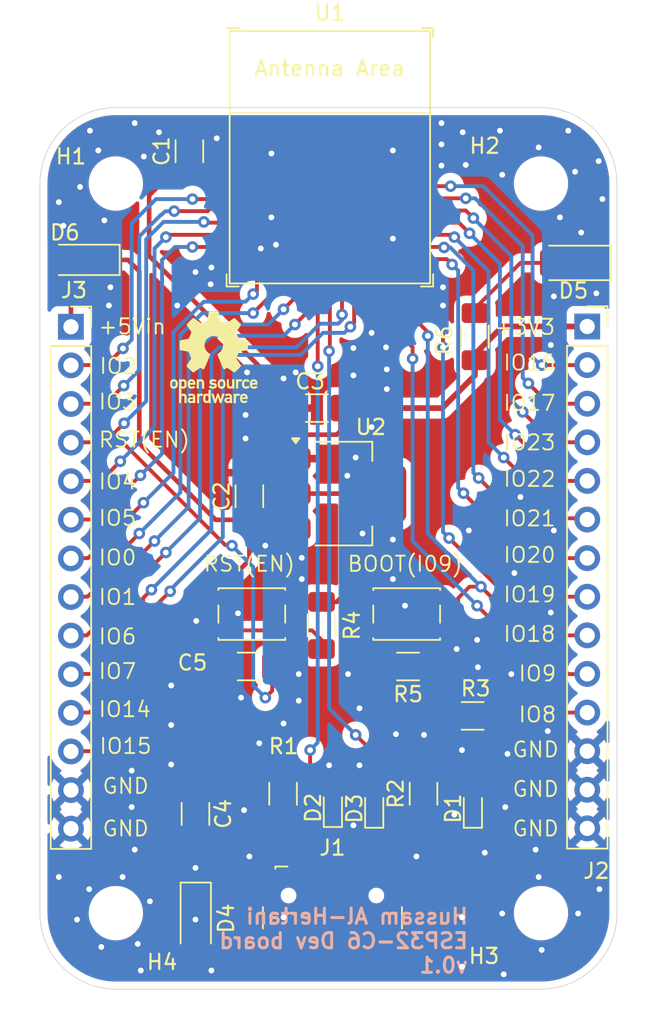
<source format=kicad_pcb>
(kicad_pcb (version 20241229) (generator "pcbnew") (generator_version "9.0")
  (layers (0 "F.Cu" signal) (2 "B.Cu" signal) (13 "F.Paste" user) (15 "B.Paste" user) (5 "F.SilkS" user "F.Silkscreen") (7 "B.SilkS" user "B.Silkscreen") (1 "F.Mask" user) (3 "B.Mask" user) (25 "Edge.Cuts" user))
  (net 0 "")
  (net 1 "GND")
  (net 2 "+5V")
  (net 3 "+3V3")
  (net 4 "EN")
  (net 5 "VBUS")
  (net 6 "DM")
  (net 7 "DP")
  (net 8 "+5VP")
  (net 11 "Net-(J1-CC1)")
  (net 12 "Net-(J1-CC2)")
  (net 13 "IO8")
  (net 14 "IO4")
  (net 15 "IO0")
  (net 16 "IO5")
  (net 17 "IO9")
  (net 18 "IO2")
  (net 19 "IO1")
  (net 20 "IO6")
  (net 21 "IO7")
  (net 22 "IO3")
  (net 23 "IO14")
  (net 24 "IO15")
  (net 25 "IO20")
  (net 26 "IO19")
  (net 27 "TXD0")
  (net 28 "IO23")
  (net 29 "RXD0")
  (net 30 "IO18")
  (net 31 "IO21")
  (net 32 "IO22")
  (net 40 "Net-(D5-A)")
  (footprint "Symbol:OSHW-Logo_5.7x6mm_SilkScreen" (layer "F.Cu") (at 180.4 79.4)
    (property "Reference" "REF**" (hide yes))
    (property "Value" "OSHW-Logo_5.7x6mm_SilkScreen" (hide yes))
  )
  (footprint "Resistor_SMD:R_1206_3216Metric_Pad1.30x1.75mm_HandSolder" (layer "F.Cu") (at 193.2 99.75 180)
    (property "Reference" "R5")
    (property "Value" "10k")
  )
  (footprint "Diode_SMD:D_SOD-523" (layer "F.Cu") (at 197.469611 109.1 90)
    (property "Reference" "D1")
    (property "Value" "LESD5D5.0CT1G")
  )
  (footprint "Package_TO_SOT_SMD:SOT-223-3_TabPin2" (layer "F.Cu") (at 188.93395 88.375016)
    (property "Reference" "U2")
    (property "Value" "LM1117MP-3.3")
  )
  (footprint "MountingHole:MountingHole_3.2mm_M3" (layer "F.Cu") (at 173.955 67.9775)
    (property "Reference" "H1")
    (property "Value" "MountingHole")
  )
  (footprint "Connector_PinSocket_2.54mm:PinSocket_1x14_P2.54mm_Vertical" (layer "F.Cu") (at 205 77.380826)
    (property "Reference" "J2")
    (property "Value" "Conn_01x14")
  )
  (footprint "Capacitor_SMD:C_1206_3216Metric_Pad1.33x1.80mm_HandSolder" (layer "F.Cu") (at 182.6875 99.75)
    (property "Reference" "C5")
    (property "Value" "1u")
  )
  (footprint "Diode_SMD:D_SOD-523" (layer "F.Cu") (at 190.969611 109.1 90)
    (property "Reference" "D3")
    (property "Value" "LESD5D5.0CT1G")
  )
  (footprint "LED_SMD:LED_1206_3216Metric_Pad1.42x1.75mm_HandSolder" (layer "F.Cu") (at 204.0875 73.2 180)
    (property "Reference" "D5")
    (property "Value" "LED")
  )
  (footprint "Resistor_SMD:R_1206_3216Metric_Pad1.30x1.75mm_HandSolder" (layer "F.Cu") (at 179.2 109.45 -90)
    (property "Reference" "C4")
    (property "Value" "10u")
  )
  (footprint "Connector_USB:USB_C_Receptacle_GCT_USB4110" (layer "F.Cu") (at 188.219611 117.424264)
    (property "Reference" "J1")
    (property "Value" "USB_C_Receptacle_USB2.0_16P")
  )
  (footprint "MountingHole:MountingHole_3.2mm_M3" (layer "F.Cu") (at 201.955 115.9775)
    (property "Reference" "H3")
    (property "Value" "MountingHole")
  )
  (footprint "Button_Switch_SMD:SW_SPST_PTS810" (layer "F.Cu") (at 182.90895 96.300016)
    (property "Reference" "RST(EN)")
    (property "Value" "SW1")
  )
  (footprint "Connector_PinSocket_2.54mm:PinSocket_1x14_P2.54mm_Vertical" (layer "F.Cu") (at 171 77.4)
    (property "Reference" "J3")
    (property "Value" "Conn_01x14")
  )
  (footprint "Diode_SMD:D_SOD-523" (layer "F.Cu") (at 188.25 109.05 90)
    (property "Reference" "D2")
    (property "Value" "LESD5D5.0CT1G")
  )
  (footprint "myparts:ESP32-C6-MINI-1" (layer "F.Cu") (at 188.05 66.25)
    (property "Reference" "U1")
    (property "Value" "ESP32-C6-MINI-1/U")
  )
  (footprint "Button_Switch_SMD:SW_SPST_PTS810" (layer "F.Cu") (at 193.10895 96.300016)
    (property "Reference" "BOOT(I09)")
    (property "Value" "SW2")
  )
  (footprint "Resistor_SMD:R_1206_3216Metric_Pad1.30x1.75mm_HandSolder" (layer "F.Cu") (at 182.75 88.55 90)
    (property "Reference" "C2")
    (property "Value" "1u")
  )
  (footprint "Resistor_SMD:R_1206_3216Metric_Pad1.30x1.75mm_HandSolder" (layer "F.Cu") (at 194.219611 108.124264 90)
    (property "Reference" "R2")
    (property "Value" "5.1k")
  )
  (footprint "MountingHole:MountingHole_3.2mm_M3" (layer "F.Cu") (at 173.955 115.9775)
    (property "Reference" "H4")
    (property "Value" "MountingHole")
  )
  (footprint "Resistor_SMD:R_1206_3216Metric_Pad1.30x1.75mm_HandSolder" (layer "F.Cu") (at 197.6 78.05 -90)
    (property "Reference" "R6")
    (property "Value" "220")
  )
  (footprint "Diode_SMD:D_SOD-123" (layer "F.Cu") (at 179.219611 116.324264 -90)
    (property "Reference" "D4")
    (property "Value" "1N5819")
  )
  (footprint "Resistor_SMD:R_1206_3216Metric_Pad1.30x1.75mm_HandSolder" (layer "F.Cu") (at 178.8 65.85 90)
    (property "Reference" "C1")
    (property "Value" "1u")
  )
  (footprint "Resistor_SMD:R_1206_3216Metric_Pad1.30x1.75mm_HandSolder" (layer "F.Cu") (at 197.45 103 180)
    (property "Reference" "R3")
    (property "Value" "10k")
  )
  (footprint "MountingHole:MountingHole_3.2mm_M3" (layer "F.Cu") (at 201.955 67.9775)
    (property "Reference" "H2")
    (property "Value" "MountingHole")
  )
  (footprint "Resistor_SMD:R_1206_3216Metric_Pad1.30x1.75mm_HandSolder" (layer "F.Cu") (at 187.2 82.75 180)
    (property "Reference" "C3")
    (property "Value" "1u")
  )
  (footprint "Resistor_SMD:R_1206_3216Metric_Pad1.30x1.75mm_HandSolder" (layer "F.Cu") (at 184.969611 108.124264 90)
    (property "Reference" "R1")
    (property "Value" "5.1k")
  )
  (footprint "Resistor_SMD:R_1206_3216Metric_Pad1.30x1.75mm_HandSolder" (layer "F.Cu") (at 187.5 97.05 90)
    (property "Reference" "R4")
    (property "Value" "10k")
  )
  (footprint "Diode_SMD:D_SOD-123" (layer "F.Cu") (at 171.85 73 180)
    (property "Reference" "D6")
    (property "Value" "1N5819")
  )
  (gr_line (start 173.955039 62.977519) (end 201.955039 62.977519) (stroke (width 0.05)) (layer "Edge.Cuts"))
  (gr_line (start 168.955039 115.977519) (end 168.955039 67.977519) (stroke (width 0.05)) (layer "Edge.Cuts"))
  (gr_arc (start 173.955039 120.977519) (mid 170.419505 119.513053) (end 168.955039 115.977519) (stroke (width 0.05)) (layer "Edge.Cuts"))
  (gr_line (start 206.955039 67.977519) (end 206.955039 115.977519) (stroke (width 0.05)) (layer "Edge.Cuts"))
  (gr_arc (start 206.955039 115.977519) (mid 205.490573 119.513053) (end 201.955039 120.977519) (stroke (width 0.05)) (layer "Edge.Cuts"))
  (gr_line (start 201.955 120.977519) (end 173.955 120.977519) (stroke (width 0.05)) (layer "Edge.Cuts"))
  (gr_arc (start 168.955039 67.977519) (mid 170.419501 64.441987) (end 173.955039 62.977519) (stroke (width 0.05)) (layer "Edge.Cuts"))
  (gr_arc (start 201.955039 62.977519) (mid 205.490573 64.441985) (end 206.955039 67.977519) (stroke (width 0.05)) (layer "Edge.Cuts"))
  (gr_text "IO20" (at 199.4 93 0) (layer "F.SilkS") (effects (font (size 1 1) (thickness 0.125)) (justify left bottom)))
  (gr_text "IO9\n" (at 200.4 100.8 0) (layer "F.SilkS") (effects (font (size 1 1) (thickness 0.125)) (justify left bottom)))
  (gr_text "GND" (at 200 108.4 0) (layer "F.SilkS") (effects (font (size 1 1) (thickness 0.125)) (justify left bottom)))
  (gr_text "IO8" (at 200.4 103.5 0) (layer "F.SilkS") (effects (font (size 1 1) (thickness 0.125)) (justify left bottom)))
  (gr_text "IO5" (at 172.74447 89.4 0) (layer "F.SilkS") (effects (font (size 1 1) (thickness 0.125)) (justify left top)))
  (gr_text "IO6" (at 172.743776 97.2 0) (layer "F.SilkS") (effects (font (size 1 1) (thickness 0.125)) (justify left top)))
  (gr_text "GND" (at 173 111 0) (layer "F.SilkS") (effects (font (size 1 1) (thickness 0.125)) (justify left bottom)))
  (gr_text "IO22" (at 199.4 88 0) (layer "F.SilkS") (effects (font (size 1 1) (thickness 0.125)) (justify left bottom)))
  (gr_text "IO21" (at 199.4 90.6 0) (layer "F.SilkS") (effects (font (size 1 1) (thickness 0.125)) (justify left bottom)))
  (gr_text "IO17" (at 199.4 83 0) (layer "F.SilkS") (effects (font (size 1 1) (thickness 0.125)) (justify left bottom)))
  (gr_text "IO15" (at 172.8 104.4 0) (layer "F.SilkS") (effects (font (size 1 1) (thickness 0.125)) (justify left top)))
  (gr_text "RST(EN)" (at 172.749069 84.246039 0) (layer "F.SilkS") (effects (font (size 1 1) (thickness 0.125)) (justify left top)))
  (gr_text "GND" (at 200 105.8 0) (layer "F.SilkS") (effects (font (size 1 1) (thickness 0.125)) (justify left bottom)))
  (gr_text "IO2" (at 172.8 79.4 0) (layer "F.SilkS") (effects (font (size 1 1) (thickness 0.125)) (justify left top)))
  (gr_text "IO7" (at 172.742736 99.47925 0) (layer "F.SilkS") (effects (font (size 1 1) (thickness 0.125)) (justify left top)))
  (gr_text "GND" (at 200 111 0) (layer "F.SilkS") (effects (font (size 1 1) (thickness 0.125)) (justify left bottom)))
  (gr_text "IO4" (at 172.74447 87 0) (layer "F.SilkS") (effects (font (size 1 1) (thickness 0.125)) (justify left top)))
  (gr_text "IO19" (at 199.4 95.6 0) (layer "F.SilkS") (effects (font (size 1 1) (thickness 0.125)) (justify left bottom)))
  (gr_text "+3V3" (at 198.8 78 0) (layer "F.SilkS") (effects (font (size 1 1) (thickness 0.125)) (justify left bottom)))
  (gr_text "IO0" (at 172.743776 92 0) (layer "F.SilkS") (effects (font (size 1 1) (thickness 0.125)) (justify left top)))
  (gr_text "IO3" (at 172.749069 81.748138 0) (layer "F.SilkS") (effects (font (size 1 1) (thickness 0.125)) (justify left top)))
  (gr_text "+5Vin" (at 172.743366 76.8 0) (layer "F.SilkS") (effects (font (size 1 1) (thickness 0.125)) (justify left top)))
  (gr_text "IO18\n" (at 199.4 98.2 0) (layer "F.SilkS") (effects (font (size 1 1) (thickness 0.125)) (justify left bottom)))
  (gr_text "IO1" (at 172.743776 94.6 0) (layer "F.SilkS") (effects (font (size 1 1) (thickness 0.125)) (justify left top)))
  (gr_text "IO14" (at 172.742736 101.982352 0) (layer "F.SilkS") (effects (font (size 1 1) (thickness 0.125)) (justify left top)))
  (gr_text "GND" (at 173 108.2 0) (layer "F.SilkS") (effects (font (size 1 1) (thickness 0.125)) (justify left bottom)))
  (gr_text "IO23" (at 199.4 85.6 0) (layer "F.SilkS") (effects (font (size 1 1) (thickness 0.125)) (justify left bottom)))
  (gr_text "IO16" (at 199.4 80.35 0) (layer "F.SilkS") (effects (font (size 1 1) (thickness 0.125)) (justify left bottom)))
  (gr_text "Hussam Al-Hertani\nESP32-C6 Dev board\nv0.1" (at 197.25 120 0) (layer "B.SilkS") (effects (font (size 1 1) (thickness 0.2) (bold yes)) (justify left bottom mirror)))
  (segment (start 180.25 73.25) (end 180.55 72.95) (width 0.3048) (layer "F.Cu") (net 1))
  (segment (start 183.3 72.95) (end 182.15 72.95) (width 0.3048) (layer "F.Cu") (net 1))
  (segment (start 192.754611 113.744264) (end 193.329611 114.319264) (width 0.3048) (layer "F.Cu") (net 1))
  (segment (start 192.663875 112.5) (end 193.5 112.5) (width 0.3048) (layer "F.Cu") (net 1))
  (segment (start 184.85 73.75) (end 184.85 72.35) (width 0.3048) (layer "F.Cu") (net 1))
  (segment (start 193.5 112.5) (end 193.75 112.25) (width 0.3048) (layer "F.Cu") (net 1))
  (segment (start 180.25 73.5) (end 180.25 73.25) (width 0.3048) (layer "F.Cu") (net 1))
  (segment (start 183.5 72.25) (end 183.5 72.75) (width 0.3048) (layer "F.Cu") (net 1))
  (segment (start 184.85 72.35) (end 184.5 72) (width 0.3048) (layer "F.Cu") (net 1))
  (segment (start 180.55 72.95) (end 182.15 72.95) (width 0.3048) (layer "F.Cu") (net 1))
  (segment (start 183.5 72.75) (end 183.3 72.95) (width 0.3048) (layer "F.Cu") (net 1))
  (segment (start 191.419611 113.744264) (end 192.754611 113.744264) (width 0.3048) (layer "F.Cu") (net 1))
  (segment (start 191.419611 113.744264) (end 192.663875 112.5) (width 0.3048) (layer "F.Cu") (net 1))
  (via (at 200 100.25) (size 0.762) (drill 0.381) (layers "F.Cu" "B.Cu") (net 1))
  (via (at 185 103.5) (size 0.762) (drill 0.381) (layers "F.Cu" "B.Cu") (net 1))
  (via (at 201.6 111.8) (size 0.762) (drill 0.381) (layers "F.Cu" "B.Cu") (net 1))
  (via (at 202 118.4) (size 0.762) (drill 0.381) (layers "F.Cu" "B.Cu") (net 1))
  (via (at 177.6 101) (size 0.762) (drill 0.381) (layers "F.Cu" "B.Cu") (net 1))
  (via (at 191.75 78.75) (size 0.762) (drill 0.381) (layers "F.Cu" "B.Cu") (net 1))
  (via (at 200.6 88.6) (size 0.762) (drill 0.381) (layers "F.Cu" "B.Cu") (net 1))
  (via (at 195.4 64) (size 0.762) (drill 0.381) (layers "F.Cu" "B.Cu") (net 1))
  (via (at 204.2 67.2) (size 0.762) (drill 0.381) (layers "F.Cu" "B.Cu") (net 1))
  (via (at 186 100.25) (size 0.762) (drill 0.381) (layers "F.Cu" "B.Cu") (net 1))
  (via (at 191.8 80.2) (size 0.762) (drill 0.381) (layers "F.Cu" "B.Cu") (net 1))
  (via (at 192.2 65.8) (size 0.762) (drill 0.381) (layers "F.Cu" "B.Cu") (net 1))
  (via (at 193.75 112.25) (size 0.762) (drill 0.381) (layers "F.Cu" "B.Cu") (net 1))
  (via (at 203.75 64.5) (size 0.762) (drill 0.381) (layers "F.Cu" "B.Cu") (net 1))
  (via (at 195.4 65.4) (size 0.762) (drill 0.381) (layers "F.Cu" "B.Cu") (net 1))
  (via (at 203.2 70.2) (size 0.762) (drill 0.381) (layers "F.Cu" "B.Cu") (net 1))
  (via (at 180.2 74.6) (size 0.762) (drill 0.381) (layers "F.Cu" "B.Cu") (net 1))
  (via (at 202.6 96.2) (size 0.762) (drill 0.381) (layers "F.Cu" "B.Cu") (net 1))
  (via (at 175.2 64) (size 0.762) (drill 0.381) (layers "F.Cu" "B.Cu") (net 1))
  (via (at 202.4 104) (size 0.762) (drill 0.381) (layers "F.Cu" "B.Cu") (net 1))
  (via (at 205.8 114.4) (size 0.762) (drill 0.381) (layers "F.Cu" "B.Cu") (net 1))
  (via (at 183.8 91.8) (size 0.762) (drill 0.381) (layers "F.Cu" "B.Cu") (net 1))
  (via (at 192.4 104.2) (size 0.762) (drill 0.381) (layers "F.Cu" "B.Cu") (net 1))
  (via (at 182.6 80.4) (size 0.762) (drill 0.381) (layers "F.Cu" "B.Cu") (net 1))
  (via (at 202.8 90.8) (size 0.762) (drill 0.381) (layers "F.Cu" "B.Cu") (net 1))
  (via (at 197.8 99.8) (size 0.762) (drill 0.381) (layers "F.Cu" "B.Cu") (net 1))
  (via (at 206 69) (size 0.762) (drill 0.381) (layers "F.Cu" "B.Cu") (net 1))
  (via (at 186.2 94) (size 0.762) (drill 0.381) (layers "F.Cu" "B.Cu") (net 1))
  (via (at 170.5 70.75) (size 0.762) (drill 0.381) (layers "F.Cu" "B.Cu") (net 1))
  (via (at 199.4 67.4) (size 0.762) (drill 0.381) (layers "F.Cu" "B.Cu") (net 1))
  (via (at 199.25 64.5) (size 0.762) (drill 0.381) (layers "F.Cu" "B.Cu") (net 1))
  (via (at 190.8 77.8) (size 0.762) (drill 0.381) (layers "F.Cu" "B.Cu") (net 1))
  (via (at 173 118.2) (size 0.762) (drill 0.381) (layers "F.Cu" "B.Cu") (net 1))
  (via (at 172.25 64.5) (size 0.762) (drill 0.381) (layers "F.Cu" "B.Cu") (net 1))
  (via (at 195.4 66.8) (size 0.762) (drill 0.381) (layers "F.Cu" "B.Cu") (net 1))
  (via (at 175.6 119.75) (size 0.762) (drill 0.381) (layers "F.Cu" "B.Cu") (net 1))
  (via (at 190 102.5) (size 0.762) (drill 0.381) (layers "F.Cu" "B.Cu") (net 1))
  (via (at 199.5 120) (size 0.762) (drill 0.381) (layers "F.Cu" "B.Cu") (net 1))
  (via (at 196.4 98.6) (size 0.762) (drill 0.381) (layers "F.Cu" "B.Cu") (net 1))
  (via (at 189.75 86) (size 0.762) (drill 0.381) (layers "F.Cu" "B.Cu") (net 1))
  (via (at 200.2 93.6) (size 0.762) (drill 0.381) (layers "F.Cu" "B.Cu") (net 1))
  (via (at 170.2 113.6) (size 0.762) (drill 0.381) (layers "F.Cu" "B.Cu") (net 1))
  (via (at 197.2 90.8) (size 0.762) (drill 0.381) (layers "F.Cu" "B.Cu") (net 1))
  (via (at 173.2 70.4) (size 0.762) (drill 0.381) (layers "F.Cu" "B.Cu") (net 1))
  (via (at 186 102) (size 0.762) (drill 0.381) (layers "F.Cu" "B.Cu") (net 1))
  (via (at 175 109) (size 0.762) (drill 0.381) (layers "F.Cu" "B.Cu") (net 1))
  (via (at 186.2 92.6) (size 0.762) (drill 0.381) (layers "F.Cu" "B.Cu") (net 1))
  (via (at 185.8 80.4) (size 0.762) (drill 0.381) (layers "F.Cu" "B.Cu") (net 1))
  (via (at 196.25 109.5) (size 0.762) (drill 0.381) (layers "F.Cu" "B.Cu") (net 1))
  (via (at 192.2 94) (size 0.762) (drill 0.381) (layers "F.Cu" "B.Cu") (net 1))
  (via (at 172.8 65.8) (size 0.762) (drill 0.381) (layers "F.Cu" "B.Cu") (net 1))
  (via (at 194.25 104.25) (size 0.762) (drill 0.381) (layers "F.Cu" "B.Cu") (net 1))
  (via (at 178 76) (size 0.762) (drill 0.381) (layers "F.Cu" "B.Cu") (net 1))
  (via (at 185 116.25) (size 0.762) (drill 0.381) (layers "F.Cu" "B.Cu") (net 1))
  (via (at 184.2 70.2) (size 0.762) (drill 0.381) (layers "F.Cu" "B.Cu") (net 1))
  (via (at 196.75 119.5) (size 0.762) (drill 0.381) (layers "F.Cu" "B.Cu") (net 1))
  (via (at 189.2 87.2) (size 0.762) (drill 0.381) (layers "F.Cu" "B.Cu") (net 1))
  (via (at 190 106.25) (size 0.762) (drill 0.381) (layers "F.Cu" "B.Cu") (net 1))
  (via (at 184.2 66) (size 0.762) (drill 0.381) (layers "F.Cu" "B.Cu") (net 1))
  (via (at 182.5 83.2) (size 0.762) (drill 0.381) (layers "F.Cu" "B.Cu") (net 1))
  (via (at 202.6 78.6) (size 0.762) (drill 0.381) (layers "F.Cu" "B.Cu") (net 1))
  (via (at 180.25 73.5) (size 0.762) (drill 0.381) (layers "F.Cu" "B.Cu") (net 1))
  (via (at 196.8 64.6) (size 0.762) (drill 0.381) (layers "F.Cu" "B.Cu") (net 1))
  (via (at 197 66.75) (size 0.762) (drill 0.381) (layers "F.Cu" "B.Cu") (net 1))
  (via (at 182 96.25) (size 0.762) (drill 0.381) (layers "F.Cu" "B.Cu") (net 1))
  (via (at 205.6 75.2) (size 0.762) (drill 0.381) (layers "F.Cu" "B.Cu") (net 1))
  (via (at 175.4 118) (size 0.762) (drill 0.381) (layers "F.Cu" "B.Cu") (net 1))
  (via (at 202.8 75.4) (size 0.762) (drill 0.381) (layers "F.Cu" "B.Cu") (net 1))
  (via (at 199.4 116) (size 0.762) (drill 0.381) (layers "F.Cu" "B.Cu") (net 1))
  (via (at 182.2 101.8) (size 0.762) (drill 0.381) (layers "F.Cu" "B.Cu") (net 1))
  (via (at 180.6 65) (size 0.762) (drill 0.381) (layers "F.Cu" "B.Cu") (net 1))
  (via (at 205.75 66.5) (size 0.762) (drill 0.381) (layers "F.Cu" "B.Cu") (net 1))
  (via (at 173.5 76) (size 0.762) (drill 0.381) (layers "F.Cu" "B.Cu") (net 1))
  (via (at 198.25 112) (size 0.762) (drill 0.381) (layers "F.Cu" "B.Cu") (net 1))
  (via (at 182.5 84.75) (size 0.762) (drill 0.381) (layers "F.Cu" "B.Cu") (net 1))
  (via (at 185 80.8) (size 0.762) (drill 0.381) (layers "F.Cu" "B.Cu") (net 1))
  (via (at 199.6 109) (size 0.762) (drill 0.381) (layers "F.Cu" "B.Cu") (net 1))
  (via (at 170.2 69.2) (size 0.762) (drill 0.381) (layers "F.Cu" "B.Cu") (net 1))
  (via (at 189.6 80.6) (size 0.762) (drill 0.381) (layers "F.Cu" "B.Cu") (net 1))
  (via (at 171.6 68.2) (size 0.762) (drill 0.381) (layers "F.Cu" "B.Cu") (net 1))
  (via (at 197.75 98) (size 0.762) (drill 0.381) (layers "F.Cu" "B.Cu") (net 1))
  (via (at 188 106.25) (size 0.762) (drill 0.381) (layers "F.Cu" "B.Cu") (net 1))
  (via (at 193 95.75) (size 0.762) (drill 0.381) (layers "F.Cu" "B.Cu") (net 1))
  (via (at 179.25 96.75) (size 0.762) (drill 0.381) (layers "F.Cu" "B.Cu") (net 1))
  (via (at 189.25 100.25) (size 0.762) (drill 0.381) (layers "F.Cu" "B.Cu") (net 1))
  (via (at 192.2 91.4) (size 0.762) (drill 0.381) (layers "F.Cu" "B.Cu") (net 1))
  (via (at 204.6 71.2) (size 0.762) (drill 0.381) (layers "F.Cu" "B.Cu") (net 1))
  (via (at 196.75 105.25) (size 0.762) (drill 0.381) (layers "F.Cu" "B.Cu") (net 1))
  (via (at 179.2 116.4) (size 0.762) (drill 0.381) (layers "F.Cu" "B.Cu") (net 1))
  (via (at 201.8 113.6) (size 0.762) (drill 0.381) (layers "F.Cu" "B.Cu") (net 1))
  (via (at 199.75 105.5) (size 0.762) (drill 0.381) (layers "F.Cu" "B.Cu") (net 1))
  (via (at 175.2 111.8) (size 0.762) (drill 0.381) (layers "F.Cu" "B.Cu") (net 1))
  (via (at 204.4 116) (size 0.762) (drill 0.381) (layers "F.Cu" "B.Cu") (net 1))
  (via (at 182.75 112.25) (size 0.762) (drill 0.381) (layers "F.Cu" "B.Cu") (net 1))
  (via (at 179.2 113) (size 0.762) (drill 0.381) (layers "F.Cu" "B.Cu") (net 1))
  (via (at 182.4 109.2) (size 0.762) (drill 0.381) (layers "F.Cu" "B.Cu") (net 1))
  (via (at 190.2 91) (size 0.762) (drill 0.381) (layers "F.Cu" "B.Cu") (net 1))
  (via (at 192.2 71.6) (size 0.762) (drill 0.381) (layers "F.Cu" "B.Cu") (net 1))
  (via (at 176.2 115.2) (size 0.762) (drill 0.381) (layers "F.Cu" "B.Cu") (net 1))
  (via (at 190.8 84) (size 0.762) (drill 0.381) (layers "F.Cu" "B.Cu") (net 1))
  (via (at 189.6 110.2) (size 0.762) (drill 0.381) (layers "F.Cu" "B.Cu") (net 1))
  (via (at 177.6 103.6) (size 0.762) (drill 0.381) (layers "F.Cu" "B.Cu") (net 1))
  (via (at 179.2 73.8) (size 0.762) (drill 0.381) (layers "F.Cu" "B.Cu") (net 1))
  (via (at 176.8 64.6) (size 0.762) (drill 0.381) (layers "F.Cu" "B.Cu") (net 1))
  (via (at 172.2 114.4) (size 0.762) (drill 0.381) (layers "F.Cu" "B.Cu") (net 1))
  (via (at 189.6 78.8) (size 0.762) (drill 0.381) (layers "F.Cu" "B.Cu") (net 1))
  (via (at 173.6 74.8) (size 0.762) (drill 0.381) (layers "F.Cu" "B.Cu") (net 1))
  (via (at 175 106.6) (size 0.762) (drill 0.381) (layers "F.Cu" "B.Cu") (net 1))
  (via (at 183.4 104.8) (size 0.762) (drill 0.381) (layers "F.Cu" "B.Cu") (net 1))
  (via (at 195.5 74.8) (size 0.762) (drill 0.381) (layers "F.Cu" "B.Cu") (net 1))
  (via (at 201.8 65.6) (size 0.762) (drill 0.381) (layers "F.Cu" "B.Cu") (net 1))
  (via (at 177.6 106.2) (size 0.762) (drill 0.381) (layers "F.Cu" "B.Cu") (net 1))
  (via (at 196.75 116.25) (size 0.762) (drill 0.381) (layers "F.Cu" "B.Cu") (net 1))
  (via (at 183.5 72.25) (size 0.762) (drill 0.381) (layers "F.Cu" "B.Cu") (net 1))
  (via (at 171.4 116.4) (size 0.762) (drill 0.381) (layers "F.Cu" "B.Cu") (net 1))
  (via (at 195.5 76) (size 0.762) (drill 0.381) (layers "F.Cu" "B.Cu") (net 1))
  (via (at 175.8 66.2) (size 0.762) (drill 0.381) (layers "F.Cu" "B.Cu") (net 1))
  (via (at 191.8 81.5) (size 0.762) (drill 0.381) (layers "F.Cu" "B.Cu") (net 1))
  (via (at 174.4 113.6) (size 0.762) (drill 0.381) (layers "F.Cu" "B.Cu") (net 1))
  (via (at 184.5 72) (size 0.762) (drill 0.381) (layers "F.Cu" "B.Cu") (net 1))
  (via (at 180.25 119.75) (size 0.762) (drill 0.381) (layers "F.Cu" "B.Cu") (net 1))
  (segment (start 174.75 73) (end 173.5 73) (width 0.3048) (layer "F.Cu") (net 2))
  (segment (start 175.5 73.75) (end 174.75 73) (width 0.3048) (layer "F.Cu") (net 2))
  (segment (start 182.75 90.1) (end 184.1 90.1) (width 0.3048) (layer "F.Cu") (net 2))
  (segment (start 182.75 90.1) (end 180.529388 90.1) (width 0.3048) (layer "F.Cu") (net 2))
  (segment (start 178.474264 114.674264) (end 177 113.2) (width 0.3048) (layer "F.Cu") (net 2))
  (segment (start 175.5 85.070612) (end 175.5 73.75) (width 0.3048) (layer "F.Cu") (net 2))
  (segment (start 178.3 107.9) (end 179.2 107.9) (width 0.3048) (layer "F.Cu") (net 2))
  (segment (start 178.219611 95.780389) (end 178.219611 99.819611) (width 0.3048) (layer "F.Cu") (net 2))
  (segment (start 177 113.2) (end 177 109.2) (width 0.3048) (layer "F.Cu") (net 2))
  (segment (start 180.529388 90.1) (end 175.5 85.070612) (width 0.3048) (layer "F.Cu") (net 2))
  (segment (start 177 109.2) (end 178.3 107.9) (width 0.3048) (layer "F.Cu") (net 2))
  (segment (start 178.219611 99.819611) (end 179.2 100.8) (width 0.3048) (layer "F.Cu") (net 2))
  (segment (start 182.75 90.1) (end 182.75 92.75) (width 0.3048) (layer "F.Cu") (net 2))
  (segment (start 182.75 92.75) (end 181.75 93.75) (width 0.3048) (layer "F.Cu") (net 2))
  (segment (start 184.675016 90.675016) (end 185.78395 90.675016) (width 0.3048) (layer "F.Cu") (net 2))
  (segment (start 180.25 93.75) (end 178.219611 95.780389) (width 0.3048) (layer "F.Cu") (net 2))
  (segment (start 185.73395 90.625016) (end 185.78395 90.675016) (width 0.508) (layer "F.Cu") (net 2))
  (segment (start 184.1 90.1) (end 184.675016 90.675016) (width 0.3048) (layer "F.Cu") (net 2))
  (segment (start 179.219611 114.674264) (end 178.474264 114.674264) (width 0.3048) (layer "F.Cu") (net 2))
  (segment (start 181.75 93.75) (end 180.25 93.75) (width 0.3048) (layer "F.Cu") (net 2))
  (segment (start 179.2 100.8) (end 179.2 107.9) (width 0.3048) (layer "F.Cu") (net 2))
  (segment (start 197.6 80.6) (end 197.6 79.6) (width 0.381) (layer "F.Cu") (net 3))
  (segment (start 178.8 67.4) (end 177.5 67.4) (width 0.3048) (layer "F.Cu") (net 3))
  (segment (start 192.5 82.75) (end 188.75 82.75) (width 0.381) (layer "F.Cu") (net 3))
  (segment (start 188.5 84.5) (end 188.75 84.25) (width 0.3048) (layer "F.Cu") (net 3))
  (segment (start 185.78395 88.375016) (end 189.5 88.375016) (width 0.3048) (layer "F.Cu") (net 3))
  (segment (start 192.5 82.75) (end 195.45 82.75) (width 0.381) (layer "F.Cu") (net 3))
  (segment (start 191.65 99.75) (end 190.5 99.75) (width 0.3048) (layer "F.Cu") (net 3))
  (segment (start 187.5 95.5) (end 188.5 95.5) (width 0.3048) (layer "F.Cu") (net 3))
  (segment (start 188.5 95.5) (end 189.25 94.75) (width 0.3048) (layer "F.Cu") (net 3))
  (segment (start 195.9 103) (end 193 103) (width 0.3048) (layer "F.Cu") (net 3))
  (segment (start 188.75 84.25) (end 188.75 82.75) (width 0.3048) (layer "F.Cu") (net 3))
  (segment (start 184 84) (end 184.5 84.5) (width 0.3048) (layer "F.Cu") (net 3))
  (segment (start 189.25 94.75) (end 189.25 88.625016) (width 0.3048) (layer "F.Cu") (net 3))
  (segment (start 177.5 67.4) (end 176.15 68.75) (width 0.3048) (layer "F.Cu") (net 3))
  (segment (start 182.15 66.55) (end 181.05 66.55) (width 0.3048) (layer "F.Cu") (net 3))
  (segment (start 189.25 98.5) (end 189.25 94.75) (width 0.3048) (layer "F.Cu") (net 3))
  (segment (start 195.45 82.75) (end 197.6 80.6) (width 0.381) (layer "F.Cu") (net 3))
  (segment (start 193 103) (end 191.65 101.65) (width 0.3048) (layer "F.Cu") (net 3))
  (segment (start 181.05 66.55) (end 180.2 67.4) (width 0.3048) (layer "F.Cu") (net 3))
  (segment (start 184.5 84.5) (end 188.5 84.5) (width 0.3048) (layer "F.Cu") (net 3))
  (segment (start 192.08395 88.375016) (end 192.08395 83.16605) (width 0.381) (layer "F.Cu") (net 3))
  (segment (start 176.15 68.75) (end 176.15 72.75) (width 0.3048) (layer "F.Cu") (net 3))
  (segment (start 184 80.6) (end 184 84) (width 0.3048) (layer "F.Cu") (net 3))
  (segment (start 189.25 88.625016) (end 189.5 88.375016) (width 0.3048) (layer "F.Cu") (net 3))
  (segment (start 180.2 67.4) (end 178.8 67.4) (width 0.3048) (layer "F.Cu") (net 3))
  (segment (start 199.419174 77.380826) (end 197.6 79.2) (width 0.381) (layer "F.Cu") (net 3))
  (segment (start 190.5 99.75) (end 189.25 98.5) (width 0.3048) (layer "F.Cu") (net 3))
  (segment (start 192.08395 83.16605) (end 192.5 82.75) (width 0.381) (layer "F.Cu") (net 3))
  (segment (start 191.65 101.65) (end 191.65 99.75) (width 0.3048) (layer "F.Cu") (net 3))
  (segment (start 205.023335 77.380826) (end 199.419174 77.380826) (width 0.381) (layer "F.Cu") (net 3))
  (segment (start 189.5 88.375016) (end 192.08395 88.375016) (width 0.3048) (layer "F.Cu") (net 3))
  (segment (start 197.6 79.2) (end 197.6 79.6) (width 0.381) (layer "F.Cu") (net 3))
  (segment (start 176.15 72.75) (end 184 80.6) (width 0.3048) (layer "F.Cu") (net 3))
  (segment (start 184.98395 97.375016) (end 184.375016 97.375016) (width 0.254) (layer "F.Cu") (net 4))
  (segment (start 187.5 98) (end 187.5 98.6) (width 0.254) (layer "F.Cu") (net 4))
  (segment (start 186.875016 97.375016) (end 187.5 98) (width 0.254) (layer "F.Cu") (net 4))
  (segment (start 184.98395 97.375016) (end 180.83395 97.375016) (width 0.254) (layer "F.Cu") (net 4))
  (segment (start 184.98395 97.375016) (end 186.875016 97.375016) (width 0.254) (layer "F.Cu") (net 4))
  (segment (start 181.150632 91.750632) (end 176.284 86.884) (width 0.254) (layer "F.Cu") (net 4))
  (segment (start 181.6 91.8) (end 181.550632 91.750632) (width 0.254) (layer "F.Cu") (net 4))
  (segment (start 173.25 85) (end 174 84.25) (width 0.254) (layer "F.Cu") (net 4))
  (segment (start 176.284 86.881322) (end 175.868678 86.466) (width 0.254) (layer "F.Cu") (net 4))
  (segment (start 179.8 70.55) (end 179.75 70.5) (width 0.254) (layer "F.Cu") (net 4))
  (segment (start 184.25 101.35) (end 184.25 99.75) (width 0.254) (layer "F.Cu") (net 4))
  (segment (start 174 84.6) (end 174 84.25) (width 0.254) (layer "F.Cu") (net 4))
  (segment (start 184.25 98.5) (end 184.25 99.75) (width 0.254) (layer "F.Cu") (net 4))
  (segment (start 184.98395 97.375016) (end 184.98395 97.76605) (width 0.254) (layer "F.Cu") (net 4))
  (segment (start 181.550632 91.750632) (end 181.150632 91.750632) (width 0.254) (layer "F.Cu") (net 4))
  (segment (start 183.8 101.8) (end 184.25 101.35) (width 0.254) (layer "F.Cu") (net 4))
  (segment (start 176.284 86.884) (end 176.284 86.881322) (width 0.254) (layer "F.Cu") (net 4))
  (segment (start 184.98395 97.76605) (end 184.25 98.5) (width 0.254) (layer "F.Cu") (net 4))
  (segment (start 175.868678 86.466) (end 175.866 86.466) (width 0.254) (layer "F.Cu") (net 4))
  (segment (start 175.866 86.466) (end 174 84.6) (width 0.254) (layer "F.Cu") (net 4))
  (segment (start 174 84.25) (end 174.5 83.75) (width 0.254) (layer "F.Cu") (net 4))
  (segment (start 182.15 70.55) (end 179.8 70.55) (width 0.254) (layer "F.Cu") (net 4))
  (segment (start 171 85) (end 173.25 85) (width 0.254) (layer "F.Cu") (net 4))
  (via (at 183.8 101.8) (size 0.762) (drill 0.381) (layers "F.Cu" "B.Cu") (net 4))
  (via (at 181.6 91.8) (size 0.762) (drill 0.381) (layers "F.Cu" "B.Cu") (net 4))
  (via (at 179.75 70.5) (size 0.762) (drill 0.381) (layers "F.Cu" "B.Cu") (net 4))
  (via (at 174.5 83.75) (size 0.762) (drill 0.381) (layers "F.Cu" "B.Cu") (net 4))
  (segment (start 177.1 70.5) (end 175.955 71.645) (width 0.254) (layer "B.Cu") (net 4))
  (segment (start 183 93.2) (end 183 94) (width 0.254) (layer "B.Cu") (net 4))
  (segment (start 179.75 70.5) (end 177.1 70.5) (width 0.254) (layer "B.Cu") (net 4))
  (segment (start 175.955 82.295) (end 174.5 83.75) (width 0.254) (layer "B.Cu") (net 4))
  (segment (start 181.6 91.8) (end 183 93.2) (width 0.254) (layer "B.Cu") (net 4))
  (segment (start 183 94) (end 183 101) (width 0.254) (layer "B.Cu") (net 4))
  (segment (start 183 101) (end 183.8 101.8) (width 0.254) (layer "B.Cu") (net 4))
  (segment (start 175.955 71.645) (end 175.955 82.295) (width 0.254) (layer "B.Cu") (net 4))
  (segment (start 190.619611 114.279151) (end 189.398762 115.5) (width 0.3048) (layer "F.Cu") (net 5))
  (segment (start 192.5 111) (end 197 111) (width 0.3048) (layer "F.Cu") (net 5))
  (segment (start 180.75 111.75) (end 180.75 117) (width 0.3048) (layer "F.Cu") (net 5))
  (segment (start 190.619611 113.744264) (end 190.619611 114.279151) (width 0.3048) (layer "F.Cu") (net 5))
  (segment (start 179.775736 117.974264) (end 179.219611 117.974264) (width 0.3048) (layer "F.Cu") (net 5))
  (segment (start 180.75 117) (end 179.775736 117.974264) (width 0.3048) (layer "F.Cu") (net 5))
  (segment (start 189.398762 115.5) (end 187.04046 115.5) (width 0.3048) (layer "F.Cu") (net 5))
  (segment (start 185.819611 114.279151) (end 185.819611 113.744264) (width 0.3048) (layer "F.Cu") (net 5))
  (segment (start 190.619611 112.880389) (end 192.5 111) (width 0.3048) (layer "F.Cu") (net 5))
  (segment (start 187.04046 115.5) (end 185.819611 114.279151) (width 0.3048) (layer "F.Cu") (net 5))
  (segment (start 185.819611 112.319611) (end 184.5 111) (width 0.3048) (layer "F.Cu") (net 5))
  (segment (start 197 111) (end 197.469611 110.530389) (width 0.3048) (layer "F.Cu") (net 5))
  (segment (start 185.819611 113.744264) (end 185.819611 112.319611) (width 0.3048) (layer "F.Cu") (net 5))
  (segment (start 184.5 111) (end 181.5 111) (width 0.3048) (layer "F.Cu") (net 5))
  (segment (start 181.5 111) (end 180.75 111.75) (width 0.3048) (layer "F.Cu") (net 5))
  (segment (start 197.469611 110.530389) (end 197.469611 109.8) (width 0.3048) (layer "F.Cu") (net 5))
  (segment (start 190.619611 113.744264) (end 190.619611 112.880389) (width 0.3048) (layer "F.Cu") (net 5))
  (segment (start 186.75 109.25) (end 187.25 109.75) (width 0.254) (layer "F.Cu") (net 6))
  (segment (start 188.469611 114.424264) (end 188.469611 113.744264) (width 0.254) (layer "F.Cu") (net 6))
  (segment (start 187.469611 114.424264) (end 187.719611 114.674264) (width 0.254) (layer "F.Cu") (net 6))
  (segment (start 188.25 111.393875) (end 188.25 109.75) (width 0.254) (layer "F.Cu") (net 6))
  (segment (start 187.469611 113.744264) (end 187.469611 112.174264) (width 0.254) (layer "F.Cu") (net 6))
  (segment (start 188.219611 114.674264) (end 188.469611 114.424264) (width 0.254) (layer "F.Cu") (net 6))
  (segment (start 187.469611 113.744264) (end 187.469611 114.424264) (width 0.254) (layer "F.Cu") (net 6))
  (segment (start 187.719611 114.674264) (end 188.219611 114.674264) (width 0.254) (layer "F.Cu") (net 6))
  (segment (start 186.75 105.25) (end 186.75 109.25) (width 0.254) (layer "F.Cu") (net 6))
  (segment (start 187.469611 112.174264) (end 188.25 111.393875) (width 0.254) (layer "F.Cu") (net 6))
  (segment (start 187.25 109.75) (end 188.25 109.75) (width 0.254) (layer "F.Cu") (net 6))
  (segment (start 187.25 73.85) (end 187.25 80) (width 0.254) (layer "F.Cu") (net 6))
  (via (at 187.25 80) (size 0.762) (drill 0.381) (layers "F.Cu" "B.Cu") (net 6))
  (via (at 186.75 105.25) (size 0.762) (drill 0.381) (layers "F.Cu" "B.Cu") (net 6))
  (segment (start 187.25 104.75) (end 186.75 105.25) (width 0.254) (layer "B.Cu") (net 6))
  (segment (start 187.25 80) (end 187.25 104.75) (width 0.254) (layer "B.Cu") (net 6))
  (segment (start 187.969611 112.924264) (end 188.219611 112.674264) (width 0.254) (layer "F.Cu") (net 7))
  (segment (start 188.719611 112.674264) (end 188.969611 112.924264) (width 0.254) (layer "F.Cu") (net 7))
  (segment (start 190.896938 110.496938) (end 188.719611 112.674264) (width 0.254) (layer "F.Cu") (net 7))
  (segment (start 192.25 108.95) (end 191.4 109.8) (width 0.254) (layer "F.Cu") (net 7))
  (segment (start 188.05 78.95) (end 188 79) (width 0.254) (layer "F.Cu") (net 7))
  (segment (start 188.05 73.85) (end 188.05 78.95) (width 0.254) (layer "F.Cu") (net 7))
  (segment (start 191.4 109.8) (end 190.969611 109.8) (width 0.254) (layer "F.Cu") (net 7))
  (segment (start 192.25 106.75) (end 192.25 108.95) (width 0.254) (layer "F.Cu") (net 7))
  (segment (start 190.969611 110.424264) (end 190.896938 110.496938) (width 0.254) (layer "F.Cu") (net 7))
  (segment (start 187.969611 113.744264) (end 187.969611 112.924264) (width 0.254) (layer "F.Cu") (net 7))
  (segment (start 190.969611 110.424265) (end 190.969611 109.8) (width 0.254) (layer "F.Cu") (net 7))
  (segment (start 188.219611 112.674264) (end 188.719611 112.674264) (width 0.254) (layer "F.Cu") (net 7))
  (segment (start 189.75 104.25) (end 192.25 106.75) (width 0.254) (layer "F.Cu") (net 7))
  (segment (start 188.969611 112.924264) (end 188.969611 113.744264) (width 0.254) (layer "F.Cu") (net 7))
  (segment (start 190.896938 110.496938) (end 190.969611 110.424265) (width 0.254) (layer "F.Cu") (net 7))
  (via (at 188 79) (size 0.762) (drill 0.381) (layers "F.Cu" "B.Cu") (net 7))
  (via (at 189.75 104.25) (size 0.762) (drill 0.381) (layers "F.Cu" "B.Cu") (net 7))
  (segment (start 188.791 103.293678) (end 188.791 103.291) (width 0.254) (layer "B.Cu") (net 7))
  (segment (start 189.209 103.709) (end 189.206322 103.709) (width 0.254) (layer "B.Cu") (net 7))
  (segment (start 188.791 103.291) (end 188 102.5) (width 0.254) (layer "B.Cu") (net 7))
  (segment (start 189.206322 103.709) (end 188.791 103.293678) (width 0.254) (layer "B.Cu") (net 7))
  (segment (start 189.75 104.25) (end 189.209 103.709) (width 0.254) (layer "B.Cu") (net 7))
  (segment (start 188 102.5) (end 188 79) (width 0.254) (layer "B.Cu") (net 7))
  (segment (start 171 76) (end 170.2 75.2) (width 0.3048) (layer "F.Cu") (net 8))
  (segment (start 170.2 75.2) (end 170.2 73) (width 0.3048) (layer "F.Cu") (net 8))
  (segment (start 171 77.38) (end 171 76) (width 0.3048) (layer "F.Cu") (net 8))
  (segment (start 186.969611 112.424264) (end 186.969611 113.744264) (width 0.254) (layer "F.Cu") (net 11))
  (segment (start 184.969611 110.424264) (end 186.969611 112.424264) (width 0.254) (layer "F.Cu") (net 11))
  (segment (start 184.969611 109.674264) (end 184.969611 110.424264) (width 0.254) (layer "F.Cu") (net 11))
  (segment (start 194.219611 109.674264) (end 192.719611 109.674264) (width 0.254) (layer "F.Cu") (net 12))
  (segment (start 189.969611 112.424264) (end 189.969611 113.744264) (width 0.254) (layer "F.Cu") (net 12))
  (segment (start 192.719611 109.674264) (end 189.969611 112.424264) (width 0.254) (layer "F.Cu") (net 12))
  (segment (start 197.75 95.75) (end 202 100) (width 0.254) (layer "F.Cu") (net 13))
  (segment (start 202 100) (end 202 101.25) (width 0.254) (layer "F.Cu") (net 13))
  (segment (start 199 103) (end 203.2 103) (width 0.254) (layer "F.Cu") (net 13))
  (segment (start 203.475 102.725) (end 203.530826 102.780826) (width 0.254) (layer "F.Cu") (net 13))
  (segment (start 191.25 73.75) (end 191.25 76.5) (width 0.254) (layer "F.Cu") (net 13))
  (segment (start 203.530826 102.780826) (end 205.023335 102.780826) (width 0.254) (layer "F.Cu") (net 13))
  (segment (start 191.25 76.5) (end 193 78.25) (width 0.254) (layer "F.Cu") (net 13))
  (segment (start 193 78.25) (end 193.5 78.75) (width 0.254) (layer "F.Cu") (net 13))
  (segment (start 203.25 102.5) (end 203.475 102.725) (width 0.254) (layer "F.Cu") (net 13))
  (segment (start 203.2 103) (end 203.475 102.725) (width 0.254) (layer "F.Cu") (net 13))
  (segment (start 193.5 78.75) (end 193.5 79.5) (width 0.254) (layer "F.Cu") (net 13))
  (segment (start 202 101.25) (end 203.25 102.5) (width 0.254) (layer "F.Cu") (net 13))
  (via (at 193.5 79.5) (size 0.762) (drill 0.381) (layers "F.Cu" "B.Cu") (net 13))
  (via (at 197.75 95.75) (size 0.762) (drill 0.381) (layers "F.Cu" "B.Cu") (net 13))
  (segment (start 193.5 79.5) (end 193.5 91.5) (width 0.254) (layer "B.Cu") (net 13))
  (segment (start 193.5 91.5) (end 197.75 95.75) (width 0.254) (layer "B.Cu") (net 13))
  (segment (start 177.4 71.35) (end 177.25 71.5) (width 0.254) (layer "F.Cu") (net 14))
  (segment (start 172.96 87.54) (end 173.25 87.25) (width 0.254) (layer "F.Cu") (net 14))
  (segment (start 173.25 87.25) (end 174.25 86.25) (width 0.254) (layer "F.Cu") (net 14))
  (segment (start 171 87.54) (end 172.96 87.54) (width 0.254) (layer "F.Cu") (net 14))
  (segment (start 182.15 71.35) (end 177.4 71.35) (width 0.254) (layer "F.Cu") (net 14))
  (via (at 177.25 71.5) (size 0.762) (drill 0.381) (layers "F.Cu" "B.Cu") (net 14))
  (via (at 174.25 86.25) (size 0.762) (drill 0.381) (layers "F.Cu" "B.Cu") (net 14))
  (segment (start 176.5 72.25) (end 176.5 84) (width 0.254) (layer "B.Cu") (net 14))
  (segment (start 176.5 84) (end 174.25 86.25) (width 0.254) (layer "B.Cu") (net 14))
  (segment (start 177.25 71.5) (end 176.5 72.25) (width 0.254) (layer "B.Cu") (net 14))
  (segment (start 175.775 88.975) (end 172.13 92.62) (width 0.254) (layer "F.Cu") (net 15))
  (segment (start 172.13 92.62) (end 171 92.62) (width 0.254) (layer "F.Cu") (net 15))
  (segment (start 183.25 75) (end 183 75.25) (width 0.254) (layer "F.Cu") (net 15))
  (segment (start 183.25 73.75) (end 183.25 75) (width 0.254) (layer "F.Cu") (net 15))
  (via (at 183 75.25) (size 0.762) (drill 0.381) (layers "F.Cu" "B.Cu") (net 15))
  (via (at 175.775 88.975) (size 0.762) (drill 0.381) (layers "F.Cu" "B.Cu") (net 15))
  (segment (start 182.5 75.75) (end 183 75.25) (width 0.254) (layer "B.Cu") (net 15))
  (segment (start 177.75 77.75) (end 179.75 75.75) (width 0.254) (layer "B.Cu") (net 15))
  (segment (start 179.75 75.75) (end 182.5 75.75) (width 0.254) (layer "B.Cu") (net 15))
  (segment (start 175.775 88.975) (end 177.75 87) (width 0.254) (layer "B.Cu") (net 15))
  (segment (start 177.75 87) (end 177.75 77.75) (width 0.254) (layer "B.Cu") (net 15))
  (segment (start 175.575 87.175) (end 172.67 90.08) (width 0.254) (layer "F.Cu") (net 16))
  (segment (start 179 72.15) (end 182.15 72.15) (width 0.254) (layer "F.Cu") (net 16))
  (segment (start 172.67 90.08) (end 171 90.08) (width 0.254) (layer "F.Cu") (net 16))
  (via (at 175.575 87.175) (size 0.762) (drill 0.381) (layers "F.Cu" "B.Cu") (net 16))
  (via (at 179 72.15) (size 0.762) (drill 0.381) (layers "F.Cu" "B.Cu") (net 16))
  (segment (start 177.85 72.15) (end 179 72.15) (width 0.254) (layer "B.Cu") (net 16))
  (segment (start 177 73) (end 177.85 72.15) (width 0.254) (layer "B.Cu") (net 16))
  (segment (start 177 85.75) (end 177 73) (width 0.254) (layer "B.Cu") (net 16))
  (segment (start 175.575 87.175) (end 177 85.75) (width 0.254) (layer "B.Cu") (net 16))
  (segment (start 194.75 98.5) (end 194.75 99.75) (width 0.254) (layer "F.Cu") (net 17))
  (segment (start 203.75 100.25) (end 205.014161 100.25) (width 0.254) (layer "F.Cu") (net 17))
  (segment (start 196.5 95.25) (end 197.25 94.5) (width 0.254) (layer "F.Cu") (net 17))
  (segment (start 195.18395 97.375016) (end 195.18395 98.06605) (width 0.254) (layer "F.Cu") (net 17))
  (segment (start 196.5 97) (end 196.5 95.25) (width 0.254) (layer "F.Cu") (net 17))
  (segment (start 197.25 94.5) (end 198 94.5) (width 0.254) (layer "F.Cu") (net 17))
  (segment (start 195.18395 97.375016) (end 191.03395 97.375016) (width 0.254) (layer "F.Cu") (net 17))
  (segment (start 192.05 75.3) (end 192.75 76) (width 0.254) (layer "F.Cu") (net 17))
  (segment (start 192.05 73.75) (end 192.05 75.3) (width 0.254) (layer "F.Cu") (net 17))
  (segment (start 196.124984 97.375016) (end 196.5 97) (width 0.254) (layer "F.Cu") (net 17))
  (segment (start 195.18395 97.375016) (end 196.124984 97.375016) (width 0.254) (layer "F.Cu") (net 17))
  (segment (start 192.75 76) (end 194.5 77.75) (width 0.254) (layer "F.Cu") (net 17))
  (segment (start 195.18395 98.06605) (end 194.75 98.5) (width 0.254) (layer "F.Cu") (net 17))
  (segment (start 205.014161 100.25) (end 205.023335 100.240826) (width 0.254) (layer "F.Cu") (net 17))
  (segment (start 198 94.5) (end 203.75 100.25) (width 0.254) (layer "F.Cu") (net 17))
  (segment (start 194.5 77.75) (end 194.5 78) (width 0.254) (layer "F.Cu") (net 17))
  (via (at 194.5 78) (size 0.762) (drill 0.381) (layers "F.Cu" "B.Cu") (net 17))
  (via (at 198 94.5) (size 0.762) (drill 0.381) (layers "F.Cu" "B.Cu") (net 17))
  (segment (start 194.5 78) (end 194.5 91) (width 0.254) (layer "B.Cu") (net 17))
  (segment (start 194.5 91) (end 198 94.5) (width 0.254) (layer "B.Cu") (net 17))
  (segment (start 174.425 78.825) (end 173.33 79.92) (width 0.254) (layer "F.Cu") (net 18))
  (segment (start 182.1 68.2) (end 182.15 68.15) (width 0.254) (layer "F.Cu") (net 18))
  (segment (start 179 69) (end 180 69) (width 0.254) (layer "F.Cu") (net 18))
  (segment (start 180 69) (end 180.8 68.2) (width 0.254) (layer "F.Cu") (net 18))
  (segment (start 180.8 68.2) (end 182.1 68.2) (width 0.254) (layer "F.Cu") (net 18))
  (segment (start 173.33 79.92) (end 171 79.92) (width 0.254) (layer "F.Cu") (net 18))
  (via (at 179 69) (size 0.762) (drill 0.381) (layers "F.Cu" "B.Cu") (net 18))
  (via (at 174.425 78.825) (size 0.762) (drill 0.381) (layers "F.Cu" "B.Cu") (net 18))
  (segment (start 175 70.6) (end 175 78.25) (width 0.254) (layer "B.Cu") (net 18))
  (segment (start 175 78.25) (end 174.425 78.825) (width 0.254) (layer "B.Cu") (net 18))
  (segment (start 176.6 69) (end 175 70.6) (width 0.254) (layer "B.Cu") (net 18))
  (segment (start 179 69) (end 176.6 69) (width 0.254) (layer "B.Cu") (net 18))
  (segment (start 183.5 76) (end 183 76.5) (width 0.254) (layer "F.Cu") (net 19))
  (segment (start 184.05 75.45) (end 183.5 76) (width 0.254) (layer "F.Cu") (net 19))
  (segment (start 184.05 73.75) (end 184.05 75.45) (width 0.254) (layer "F.Cu") (net 19))
  (segment (start 172.09 95.16) (end 171 95.16) (width 0.254) (layer "F.Cu") (net 19))
  (segment (start 173.5 93.75) (end 172.09 95.16) (width 0.254) (layer "F.Cu") (net 19))
  (segment (start 175.5 91) (end 173.5 93) (width 0.254) (layer "F.Cu") (net 19))
  (segment (start 173.5 93) (end 173.5 93.75) (width 0.254) (layer "F.Cu") (net 19))
  (via (at 175.5 91) (size 0.762) (drill 0.381) (layers "F.Cu" "B.Cu") (net 19))
  (via (at 183 76.5) (size 0.762) (drill 0.381) (layers "F.Cu" "B.Cu") (net 19))
  (segment (start 179.643468 76.5) (end 178.205 77.938468) (width 0.254) (layer "B.Cu") (net 19))
  (segment (start 178.205 88.295) (end 175.5 91) (width 0.254) (layer "B.Cu") (net 19))
  (segment (start 180.25 76.5) (end 179.643468 76.5) (width 0.254) (layer "B.Cu") (net 19))
  (segment (start 183 76.5) (end 180.25 76.5) (width 0.254) (layer "B.Cu") (net 19))
  (segment (start 178.205 79) (end 178.205 88.295) (width 0.254) (layer "B.Cu") (net 19))
  (segment (start 178.205 77.938468) (end 178.205 79) (width 0.254) (layer "B.Cu") (net 19))
  (segment (start 172.5 97.25) (end 174 95.75) (width 0.254) (layer "F.Cu") (net 20))
  (segment (start 185.65 75.6) (end 185.65 73.75) (width 0.254) (layer "F.Cu") (net 20))
  (segment (start 172.05 97.7) (end 172.5 97.25) (width 0.254) (layer "F.Cu") (net 20))
  (segment (start 174 95.75) (end 174 94) (width 0.254) (layer "F.Cu") (net 20))
  (segment (start 174 94) (end 176.5 91.5) (width 0.254) (layer "F.Cu") (net 20))
  (segment (start 171 97.7) (end 172.05 97.7) (width 0.254) (layer "F.Cu") (net 20))
  (segment (start 185 76.25) (end 185.65 75.6) (width 0.254) (layer "F.Cu") (net 20))
  (via (at 176.5 91.5) (size 0.762) (drill 0.381) (layers "F.Cu" "B.Cu") (net 20))
  (via (at 185 76.25) (size 0.762) (drill 0.381) (layers "F.Cu" "B.Cu") (net 20))
  (segment (start 180 77.25) (end 184 77.25) (width 0.254) (layer "B.Cu") (net 20))
  (segment (start 176.5 91.5) (end 178.75 89.25) (width 0.254) (layer "B.Cu") (net 20))
  (segment (start 178.75 89.25) (end 178.75 79.5) (width 0.254) (layer "B.Cu") (net 20))
  (segment (start 179.75 77.5) (end 180 77.25) (width 0.254) (layer "B.Cu") (net 20))
  (segment (start 178.75 79.5) (end 178.75 78.5) (width 0.254) (layer "B.Cu") (net 20))
  (segment (start 184 77.25) (end 185 76.25) (width 0.254) (layer "B.Cu") (net 20))
  (segment (start 178.75 78.5) (end 179.75 77.5) (width 0.254) (layer "B.Cu") (net 20))
  (segment (start 186.45 76.55) (end 185.75 77.25) (width 0.254) (layer "F.Cu") (net 21))
  (segment (start 177.25 92.25) (end 174.75 94.75) (width 0.254) (layer "F.Cu") (net 21))
  (segment (start 186.45 73.75) (end 186.45 76.55) (width 0.254) (layer "F.Cu") (net 21))
  (segment (start 172.51 100.24) (end 171 100.24) (width 0.254) (layer "F.Cu") (net 21))
  (segment (start 174.75 94.75) (end 174.75 98) (width 0.254) (layer "F.Cu") (net 21))
  (segment (start 174.75 98) (end 172.51 100.24) (width 0.254) (layer "F.Cu") (net 21))
  (via (at 177.25 92.25) (size 0.762) (drill 0.381) (layers "F.Cu" "B.Cu") (net 21))
  (via (at 185.75 77.25) (size 0.762) (drill 0.381) (layers "F.Cu" "B.Cu") (net 21))
  (segment (start 179.5 90) (end 177.25 92.25) (width 0.254) (layer "B.Cu") (net 21))
  (segment (start 179.5 78.75) (end 179.5 90) (width 0.254) (layer "B.Cu") (net 21))
  (segment (start 185 78) (end 180.25 78) (width 0.254) (layer "B.Cu") (net 21))
  (segment (start 185.75 77.25) (end 185 78) (width 0.254) (layer "B.Cu") (net 21))
  (segment (start 180.25 78) (end 179.5 78.75) (width 0.254) (layer "B.Cu") (net 21))
  (segment (start 180 69.8) (end 180.85 68.95) (width 0.254) (layer "F.Cu") (net 22))
  (segment (start 177.8 69.792) (end 179.992 69.792) (width 0.254) (layer "F.Cu") (net 22))
  (segment (start 182.15 68.95) (end 180.85 68.95) (width 0.254) (layer "F.Cu") (net 22))
  (segment (start 179.992 69.792) (end 180 69.8) (width 0.254) (layer "F.Cu") (net 22))
  (segment (start 174.475 81.275) (end 173.29 82.46) (width 0.254) (layer "F.Cu") (net 22))
  (segment (start 173.29 82.46) (end 171 82.46) (width 0.254) (layer "F.Cu") (net 22))
  (via (at 174.475 81.275) (size 0.762) (drill 0.381) (layers "F.Cu" "B.Cu") (net 22))
  (via (at 177.8 69.792) (size 0.762) (drill 0.381) (layers "F.Cu" "B.Cu") (net 22))
  (segment (start 174.475 81.275) (end 175.5 80.25) (width 0.254) (layer "B.Cu") (net 22))
  (segment (start 175.5 80.25) (end 175.5 71.456532) (width 0.254) (layer "B.Cu") (net 22))
  (segment (start 177.792 69.8) (end 177.8 69.792) (width 0.254) (layer "B.Cu") (net 22))
  (segment (start 176.955 70.045) (end 177.2 69.8) (width 0.254) (layer "B.Cu") (net 22))
  (segment (start 176.911533 70.045) (end 176.955 70.045) (width 0.254) (layer "B.Cu") (net 22))
  (segment (start 177.2 69.8) (end 177.792 69.8) (width 0.254) (layer "B.Cu") (net 22))
  (segment (start 175.5 71.456532) (end 176.911533 70.045) (width 0.254) (layer "B.Cu") (net 22))
  (segment (start 175.75 99.25) (end 172.22 102.78) (width 0.254) (layer "F.Cu") (net 23))
  (segment (start 176.3 94.7) (end 175.75 95.25) (width 0.254) (layer "F.Cu") (net 23))
  (segment (start 175.75 95.25) (end 175.75 99.25) (width 0.254) (layer "F.Cu") (net 23))
  (segment (start 188.85 76.6) (end 188.85 73.75) (width 0.254) (layer "F.Cu") (net 23))
  (segment (start 172.22 102.78) (end 171 102.78) (width 0.254) (layer "F.Cu") (net 23))
  (via (at 188.85 76.6) (size 0.762) (drill 0.381) (layers "F.Cu" "B.Cu") (net 23))
  (via (at 176.3 94.7) (size 0.762) (drill 0.381) (layers "F.Cu" "B.Cu") (net 23))
  (segment (start 188.85 76.6) (end 188.85 76.95) (width 0.254) (layer "B.Cu") (net 23))
  (segment (start 188.6 77.2) (end 187.4 77.2) (width 0.254) (layer "B.Cu") (net 23))
  (segment (start 187.4 77.2) (end 185.85 78.75) (width 0.254) (layer "B.Cu") (net 23))
  (segment (start 180.25 90.75) (end 176.3 94.7) (width 0.254) (layer "B.Cu") (net 23))
  (segment (start 185.85 78.75) (end 180.75 78.75) (width 0.254) (layer "B.Cu") (net 23))
  (segment (start 188.85 76.95) (end 188.6 77.2) (width 0.254) (layer "B.Cu") (net 23))
  (segment (start 180.25 79.25) (end 180.25 90.75) (width 0.254) (layer "B.Cu") (net 23))
  (segment (start 180.75 78.75) (end 180.25 79.25) (width 0.254) (layer "B.Cu") (net 23))
  (segment (start 172.68 105.32) (end 171 105.32) (width 0.254) (layer "F.Cu") (net 24))
  (segment (start 176.5 101.5) (end 172.68 105.32) (width 0.254) (layer "F.Cu") (net 24))
  (segment (start 189.4 77.4) (end 189.65 77.15) (width 0.254) (layer "F.Cu") (net 24))
  (segment (start 177.533623 94.800435) (end 176.5 95.834058) (width 0.254) (layer "F.Cu") (net 24))
  (segment (start 189.65 77.15) (end 189.65 73.75) (width 0.254) (layer "F.Cu") (net 24))
  (segment (start 176.5 95.834058) (end 176.5 101.5) (width 0.254) (layer "F.Cu") (net 24))
  (via (at 189.4 77.4) (size 0.762) (drill 0.381) (layers "F.Cu" "B.Cu") (net 24))
  (via (at 177.533623 94.800435) (size 0.762) (drill 0.381) (layers "F.Cu" "B.Cu") (net 24))
  (segment (start 177.5 94.75) (end 181 91.25) (width 0.254) (layer "B.Cu") (net 24))
  (segment (start 177.533623 94.800435) (end 177.533623 94.783623) (width 0.254) (layer "B.Cu") (net 24))
  (segment (start 181 91.25) (end 181 79.6) (width 0.254) (layer "B.Cu") (net 24))
  (segment (start 187.6 77.8) (end 189 77.8) (width 0.254) (layer "B.Cu") (net 24))
  (segment (start 181 79.6) (end 181.35 79.25) (width 0.254) (layer "B.Cu") (net 24))
  (segment (start 189 77.8) (end 189.4 77.4) (width 0.254) (layer "B.Cu") (net 24))
  (segment (start 181.35 79.25) (end 186.15 79.25) (width 0.254) (layer "B.Cu") (net 24))
  (segment (start 177.533623 94.783623) (end 177.5 94.75) (width 0.254) (layer "B.Cu") (net 24))
  (segment (start 186.15 79.25) (end 187.6 77.8) (width 0.254) (layer "B.Cu") (net 24))
  (segment (start 197.85 87.35) (end 203.120826 92.620826) (width 0.254) (layer "F.Cu") (net 25))
  (segment (start 195.570393 72.179607) (end 195.540786 72.15) (width 0.254) (layer "F.Cu") (net 25))
  (segment (start 195.540786 72.15) (end 193.95 72.15) (width 0.254) (layer "F.Cu") (net 25))
  (segment (start 203.120826 92.620826) (end 205.023335 92.620826) (width 0.254) (layer "F.Cu") (net 25))
  (via (at 195.570393 72.179607) (size 0.762) (drill 0.381) (layers "F.Cu" "B.Cu") (net 25))
  (via (at 197.85 87.35) (size 0.762) (drill 0.381) (layers "F.Cu" "B.Cu") (net 25))
  (segment (start 197.5 87) (end 197.85 87.35) (width 0.254) (layer "B.Cu") (net 25))
  (segment (start 195.570393 72.179607) (end 195.979607 72.179607) (width 0.254) (layer "B.Cu") (net 25))
  (segment (start 195.979607 72.179607) (end 197.5 73.7) (width 0.254) (layer "B.Cu") (net 25))
  (segment (start 197.5 73.7) (end 197.5 87) (width 0.254) (layer "B.Cu") (net 25))
  (segment (start 196.85 88.35) (end 203.660826 95.160826) (width 0.254) (layer "F.Cu") (net 26))
  (segment (start 196.099368 73.300632) (end 195.748736 72.95) (width 0.254) (layer "F.Cu") (net 26))
  (segment (start 203.660826 95.160826) (end 205.023335 95.160826) (width 0.254) (layer "F.Cu") (net 26))
  (segment (start 195.748736 72.95) (end 193.95 72.95) (width 0.254) (layer "F.Cu") (net 26))
  (via (at 196.099368 73.300632) (size 0.762) (drill 0.381) (layers "F.Cu" "B.Cu") (net 26))
  (via (at 196.85 88.35) (size 0.762) (drill 0.381) (layers "F.Cu" "B.Cu") (net 26))
  (segment (start 196.099368 73.300632) (end 196.5 73.701264) (width 0.254) (layer "B.Cu") (net 26))
  (segment (start 196.5 73.701264) (end 196.5 88) (width 0.254) (layer "B.Cu") (net 26))
  (segment (start 196.5 88) (end 196.85 88.35) (width 0.254) (layer "B.Cu") (net 26))
  (segment (start 202 79.920826) (end 205.023335 79.920826) (width 0.254) (layer "F.Cu") (net 27))
  (segment (start 196 68.15) (end 193.95 68.15) (width 0.254) (layer "F.Cu") (net 27))
  (via (at 196 68.15) (size 0.762) (drill 0.381) (layers "F.Cu" "B.Cu") (net 27))
  (via (at 202 79.920826) (size 0.762) (drill 0.381) (layers "F.Cu" "B.Cu") (net 27))
  (segment (start 201.4 71.4) (end 198.15 68.15) (width 0.254) (layer "B.Cu") (net 27))
  (segment (start 201.920826 79.920826) (end 201.4 79.4) (width 0.254) (layer "B.Cu") (net 27))
  (segment (start 198.15 68.15) (end 196 68.15) (width 0.254) (layer "B.Cu") (net 27))
  (segment (start 202 79.920826) (end 201.920826 79.920826) (width 0.254) (layer "B.Cu") (net 27))
  (segment (start 201.4 79.4) (end 201.4 71.4) (width 0.254) (layer "B.Cu") (net 27))
  (segment (start 197.5 70.25) (end 197 69.75) (width 0.254) (layer "F.Cu") (net 28))
  (segment (start 200.75 83) (end 202.75 85) (width 0.254) (layer "F.Cu") (net 28))
  (segment (start 197 69.75) (end 193.95 69.75) (width 0.254) (layer "F.Cu") (net 28))
  (segment (start 202.75 85) (end 205.022509 85) (width 0.254) (layer "F.Cu") (net 28))
  (segment (start 205.022509 85) (end 205.023335 85.000826) (width 0.254) (layer "F.Cu") (net 28))
  (via (at 197.5 70.25) (size 0.762) (drill 0.381) (layers "F.Cu" "B.Cu") (net 28))
  (via (at 200.75 83) (size 0.762) (drill 0.381) (layers "F.Cu" "B.Cu") (net 28))
  (segment (start 197.5 70.25) (end 200 72.75) (width 0.254) (layer "B.Cu") (net 28))
  (segment (start 200 82.25) (end 200.75 83) (width 0.254) (layer "B.Cu") (net 28))
  (segment (start 200 72.75) (end 200 82.25) (width 0.254) (layer "B.Cu") (net 28))
  (segment (start 197 68.95) (end 193.95 68.95) (width 0.254) (layer "F.Cu") (net 29))
  (segment (start 202.460826 82.460826) (end 205.023335 82.460826) (width 0.254) (layer "F.Cu") (net 29))
  (segment (start 201.125 81.125) (end 202.460826 82.460826) (width 0.254) (layer "F.Cu") (net 29))
  (via (at 201.125 81.125) (size 0.762) (drill 0.381) (layers "F.Cu" "B.Cu") (net 29))
  (via (at 197 68.95) (size 0.762) (drill 0.381) (layers "F.Cu" "B.Cu") (net 29))
  (segment (start 197 68.95) (end 197.615942 68.95) (width 0.254) (layer "B.Cu") (net 29))
  (segment (start 200.75 72.084058) (end 200.75 80.75) (width 0.254) (layer "B.Cu") (net 29))
  (segment (start 197.615942 68.95) (end 200.75 72.084058) (width 0.254) (layer "B.Cu") (net 29))
  (segment (start 200.75 80.75) (end 201.125 81.125) (width 0.254) (layer "B.Cu") (net 29))
  (segment (start 195.9 91.3) (end 202.300826 97.700826) (width 0.254) (layer "F.Cu") (net 30))
  (segment (start 195.5 77.5) (end 192.85 74.85) (width 0.254) (layer "F.Cu") (net 30))
  (segment (start 202.300826 97.700826) (end 205.023335 97.700826) (width 0.254) (layer "F.Cu") (net 30))
  (segment (start 195.5 78.75) (end 195.5 77.5) (width 0.254) (layer "F.Cu") (net 30))
  (segment (start 192.85 74.85) (end 192.85 73.75) (width 0.254) (layer "F.Cu") (net 30))
  (via (at 195.5 78.75) (size 0.762) (drill 0.381) (layers "F.Cu" "B.Cu") (net 30))
  (via (at 195.9 91.3) (size 0.762) (drill 0.381) (layers "F.Cu" "B.Cu") (net 30))
  (segment (start 195.5 90.9) (end 195.5 78.75) (width 0.254) (layer "B.Cu") (net 30))
  (segment (start 195.9 91.3) (end 195.5 90.9) (width 0.254) (layer "B.Cu") (net 30))
  (segment (start 203.5 90) (end 204.942509 90) (width 0.254) (layer "F.Cu") (net 31))
  (segment (start 196.250632 71.499368) (end 196.101264 71.35) (width 0.254) (layer "F.Cu") (net 31))
  (segment (start 199.5 86) (end 203.5 90) (width 0.254) (layer "F.Cu") (net 31))
  (segment (start 204.942509 90) (end 205.023335 90.080826) (width 0.254) (layer "F.Cu") (net 31))
  (segment (start 196.101264 71.35) (end 193.95 71.35) (width 0.254) (layer "F.Cu") (net 31))
  (via (at 196.250632 71.499368) (size 0.762) (drill 0.381) (layers "F.Cu" "B.Cu") (net 31))
  (via (at 199.5 86) (size 0.762) (drill 0.381) (layers "F.Cu" "B.Cu") (net 31))
  (segment (start 199.5 86) (end 198.5 85) (width 0.254) (layer "B.Cu") (net 31))
  (segment (start 198.5 73.75) (end 197.25 72.5) (width 0.254) (layer "B.Cu") (net 31))
  (segment (start 198.5 85) (end 198.5 73.75) (width 0.254) (layer "B.Cu") (net 31))
  (segment (start 197.25 72.5) (end 197.25 72.498736) (width 0.254) (layer "B.Cu") (net 31))
  (segment (start 197.25 72.498736) (end 196.250632 71.499368) (width 0.254) (layer "B.Cu") (net 31))
  (segment (start 197.25 71.25) (end 196.55 70.55) (width 0.254) (layer "F.Cu") (net 32))
  (segment (start 200.25 84.5) (end 203.290826 87.540826) (width 0.254) (layer "F.Cu") (net 32))
  (segment (start 196.55 70.55) (end 193.95 70.55) (width 0.254) (layer "F.Cu") (net 32))
  (segment (start 203.290826 87.540826) (end 205.023335 87.540826) (width 0.254) (layer "F.Cu") (net 32))
  (via (at 197.25 71.25) (size 0.762) (drill 0.381) (layers "F.Cu" "B.Cu") (net 32))
  (via (at 200.25 84.5) (size 0.762) (drill 0.381) (layers "F.Cu" "B.Cu") (net 32))
  (segment (start 199.25 73.25) (end 199.25 83.5) (width 0.254) (layer "B.Cu") (net 32))
  (segment (start 197.25 71.25) (end 199.25 73.25) (width 0.254) (layer "B.Cu") (net 32))
  (segment (start 199.25 83.5) (end 200.25 84.5) (width 0.254) (layer "B.Cu") (net 32))
  (segment (start 197.6 76.2) (end 200.6 73.2) (width 0.254) (layer "F.Cu") (net 40))
  (segment (start 202.6 73.2) (end 200.6 73.2) (width 0.254) (layer "F.Cu") (net 40))
  (segment (start 197.6 76.5) (end 197.6 76.2) (width 0.254) (layer "F.Cu") (net 40))
  (zone (net 1) (net_name "GND") (layers "F.Cu" "B.Cu") (connect_pads (clearance 0.5)) (min_thickness 0.25) (fill yes (thermal_gap 0.5) (thermal_bridge_width 0.5))
    (polygon (pts (xy 166.45 63.25) (xy 209.65 63.25) (xy 209.65 122.5) (xy 166.645374 122.645374)))
  )
)
</source>
